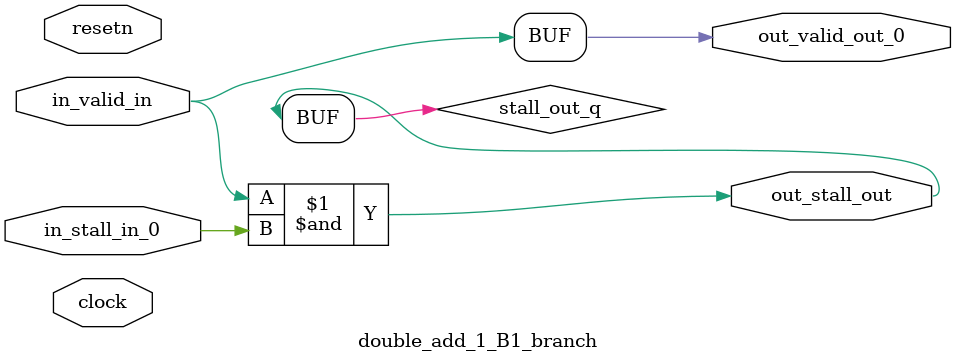
<source format=sv>



(* altera_attribute = "-name AUTO_SHIFT_REGISTER_RECOGNITION OFF; -name MESSAGE_DISABLE 10036; -name MESSAGE_DISABLE 10037; -name MESSAGE_DISABLE 14130; -name MESSAGE_DISABLE 14320; -name MESSAGE_DISABLE 15400; -name MESSAGE_DISABLE 14130; -name MESSAGE_DISABLE 10036; -name MESSAGE_DISABLE 12020; -name MESSAGE_DISABLE 12030; -name MESSAGE_DISABLE 12010; -name MESSAGE_DISABLE 12110; -name MESSAGE_DISABLE 14320; -name MESSAGE_DISABLE 13410; -name MESSAGE_DISABLE 113007; -name MESSAGE_DISABLE 10958" *)
module double_add_1_B1_branch (
    input wire [0:0] in_stall_in_0,
    input wire [0:0] in_valid_in,
    output wire [0:0] out_stall_out,
    output wire [0:0] out_valid_out_0,
    input wire clock,
    input wire resetn
    );

    wire [0:0] stall_out_q;


    // stall_out(LOGICAL,6)
    assign stall_out_q = in_valid_in & in_stall_in_0;

    // out_stall_out(GPOUT,4)
    assign out_stall_out = stall_out_q;

    // out_valid_out_0(GPOUT,5)
    assign out_valid_out_0 = in_valid_in;

endmodule

</source>
